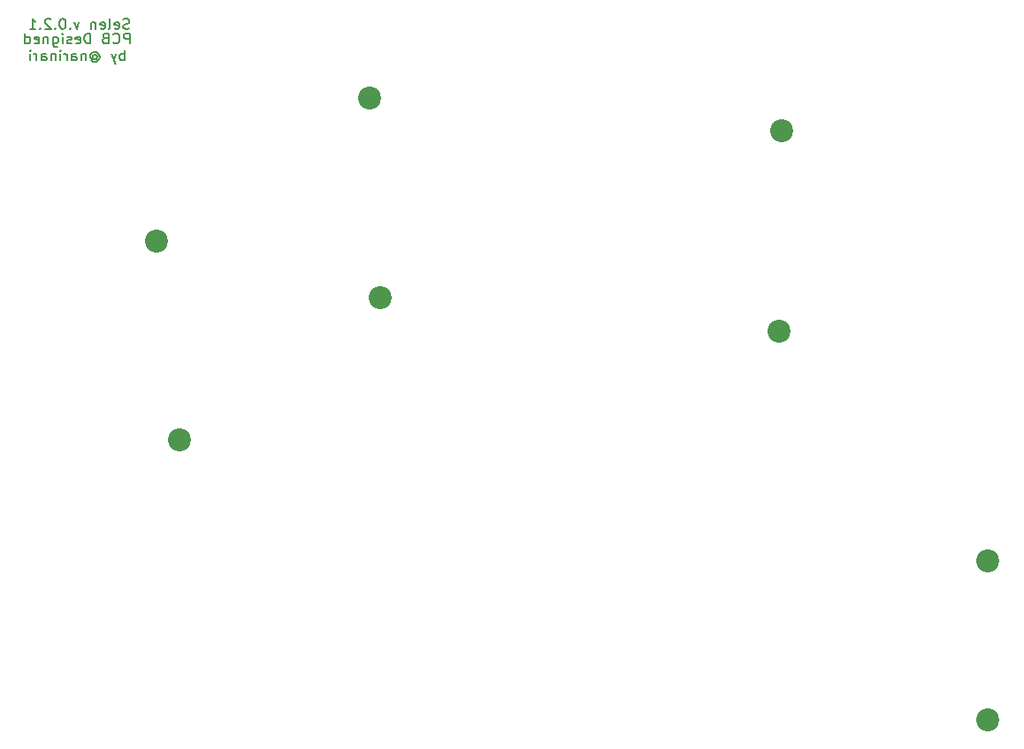
<source format=gbs>
%TF.GenerationSoftware,KiCad,Pcbnew,(6.0.7)*%
%TF.CreationDate,2022-09-24T00:16:50+09:00*%
%TF.ProjectId,selen_plate,73656c65-6e5f-4706-9c61-74652e6b6963,rev?*%
%TF.SameCoordinates,Original*%
%TF.FileFunction,Soldermask,Bot*%
%TF.FilePolarity,Negative*%
%FSLAX46Y46*%
G04 Gerber Fmt 4.6, Leading zero omitted, Abs format (unit mm)*
G04 Created by KiCad (PCBNEW (6.0.7)) date 2022-09-24 00:16:50*
%MOMM*%
%LPD*%
G01*
G04 APERTURE LIST*
%ADD10C,0.150000*%
%ADD11C,2.200000*%
G04 APERTURE END LIST*
D10*
X107761904Y-69004761D02*
X107619047Y-69052380D01*
X107380952Y-69052380D01*
X107285714Y-69004761D01*
X107238095Y-68957142D01*
X107190476Y-68861904D01*
X107190476Y-68766666D01*
X107238095Y-68671428D01*
X107285714Y-68623809D01*
X107380952Y-68576190D01*
X107571428Y-68528571D01*
X107666666Y-68480952D01*
X107714285Y-68433333D01*
X107761904Y-68338095D01*
X107761904Y-68242857D01*
X107714285Y-68147619D01*
X107666666Y-68100000D01*
X107571428Y-68052380D01*
X107333333Y-68052380D01*
X107190476Y-68100000D01*
X106380952Y-69004761D02*
X106476190Y-69052380D01*
X106666666Y-69052380D01*
X106761904Y-69004761D01*
X106809523Y-68909523D01*
X106809523Y-68528571D01*
X106761904Y-68433333D01*
X106666666Y-68385714D01*
X106476190Y-68385714D01*
X106380952Y-68433333D01*
X106333333Y-68528571D01*
X106333333Y-68623809D01*
X106809523Y-68719047D01*
X105761904Y-69052380D02*
X105857142Y-69004761D01*
X105904761Y-68909523D01*
X105904761Y-68052380D01*
X105000000Y-69004761D02*
X105095238Y-69052380D01*
X105285714Y-69052380D01*
X105380952Y-69004761D01*
X105428571Y-68909523D01*
X105428571Y-68528571D01*
X105380952Y-68433333D01*
X105285714Y-68385714D01*
X105095238Y-68385714D01*
X105000000Y-68433333D01*
X104952380Y-68528571D01*
X104952380Y-68623809D01*
X105428571Y-68719047D01*
X104523809Y-68385714D02*
X104523809Y-69052380D01*
X104523809Y-68480952D02*
X104476190Y-68433333D01*
X104380952Y-68385714D01*
X104238095Y-68385714D01*
X104142857Y-68433333D01*
X104095238Y-68528571D01*
X104095238Y-69052380D01*
X102952380Y-68385714D02*
X102714285Y-69052380D01*
X102476190Y-68385714D01*
X102095238Y-68957142D02*
X102047619Y-69004761D01*
X102095238Y-69052380D01*
X102142857Y-69004761D01*
X102095238Y-68957142D01*
X102095238Y-69052380D01*
X101428571Y-68052380D02*
X101333333Y-68052380D01*
X101238095Y-68100000D01*
X101190476Y-68147619D01*
X101142857Y-68242857D01*
X101095238Y-68433333D01*
X101095238Y-68671428D01*
X101142857Y-68861904D01*
X101190476Y-68957142D01*
X101238095Y-69004761D01*
X101333333Y-69052380D01*
X101428571Y-69052380D01*
X101523809Y-69004761D01*
X101571428Y-68957142D01*
X101619047Y-68861904D01*
X101666666Y-68671428D01*
X101666666Y-68433333D01*
X101619047Y-68242857D01*
X101571428Y-68147619D01*
X101523809Y-68100000D01*
X101428571Y-68052380D01*
X100666666Y-68957142D02*
X100619047Y-69004761D01*
X100666666Y-69052380D01*
X100714285Y-69004761D01*
X100666666Y-68957142D01*
X100666666Y-69052380D01*
X100238095Y-68147619D02*
X100190476Y-68100000D01*
X100095238Y-68052380D01*
X99857142Y-68052380D01*
X99761904Y-68100000D01*
X99714285Y-68147619D01*
X99666666Y-68242857D01*
X99666666Y-68338095D01*
X99714285Y-68480952D01*
X100285714Y-69052380D01*
X99666666Y-69052380D01*
X99238095Y-68957142D02*
X99190476Y-69004761D01*
X99238095Y-69052380D01*
X99285714Y-69004761D01*
X99238095Y-68957142D01*
X99238095Y-69052380D01*
X98238095Y-69052380D02*
X98809523Y-69052380D01*
X98523809Y-69052380D02*
X98523809Y-68052380D01*
X98619047Y-68195238D01*
X98714285Y-68290476D01*
X98809523Y-68338095D01*
X107800000Y-70447380D02*
X107800000Y-69447380D01*
X107419047Y-69447380D01*
X107323809Y-69495000D01*
X107276190Y-69542619D01*
X107228571Y-69637857D01*
X107228571Y-69780714D01*
X107276190Y-69875952D01*
X107323809Y-69923571D01*
X107419047Y-69971190D01*
X107800000Y-69971190D01*
X106228571Y-70352142D02*
X106276190Y-70399761D01*
X106419047Y-70447380D01*
X106514285Y-70447380D01*
X106657142Y-70399761D01*
X106752380Y-70304523D01*
X106800000Y-70209285D01*
X106847619Y-70018809D01*
X106847619Y-69875952D01*
X106800000Y-69685476D01*
X106752380Y-69590238D01*
X106657142Y-69495000D01*
X106514285Y-69447380D01*
X106419047Y-69447380D01*
X106276190Y-69495000D01*
X106228571Y-69542619D01*
X105466666Y-69923571D02*
X105323809Y-69971190D01*
X105276190Y-70018809D01*
X105228571Y-70114047D01*
X105228571Y-70256904D01*
X105276190Y-70352142D01*
X105323809Y-70399761D01*
X105419047Y-70447380D01*
X105800000Y-70447380D01*
X105800000Y-69447380D01*
X105466666Y-69447380D01*
X105371428Y-69495000D01*
X105323809Y-69542619D01*
X105276190Y-69637857D01*
X105276190Y-69733095D01*
X105323809Y-69828333D01*
X105371428Y-69875952D01*
X105466666Y-69923571D01*
X105800000Y-69923571D01*
X104038095Y-70447380D02*
X104038095Y-69447380D01*
X103800000Y-69447380D01*
X103657142Y-69495000D01*
X103561904Y-69590238D01*
X103514285Y-69685476D01*
X103466666Y-69875952D01*
X103466666Y-70018809D01*
X103514285Y-70209285D01*
X103561904Y-70304523D01*
X103657142Y-70399761D01*
X103800000Y-70447380D01*
X104038095Y-70447380D01*
X102657142Y-70399761D02*
X102752380Y-70447380D01*
X102942857Y-70447380D01*
X103038095Y-70399761D01*
X103085714Y-70304523D01*
X103085714Y-69923571D01*
X103038095Y-69828333D01*
X102942857Y-69780714D01*
X102752380Y-69780714D01*
X102657142Y-69828333D01*
X102609523Y-69923571D01*
X102609523Y-70018809D01*
X103085714Y-70114047D01*
X102228571Y-70399761D02*
X102133333Y-70447380D01*
X101942857Y-70447380D01*
X101847619Y-70399761D01*
X101800000Y-70304523D01*
X101800000Y-70256904D01*
X101847619Y-70161666D01*
X101942857Y-70114047D01*
X102085714Y-70114047D01*
X102180952Y-70066428D01*
X102228571Y-69971190D01*
X102228571Y-69923571D01*
X102180952Y-69828333D01*
X102085714Y-69780714D01*
X101942857Y-69780714D01*
X101847619Y-69828333D01*
X101371428Y-70447380D02*
X101371428Y-69780714D01*
X101371428Y-69447380D02*
X101419047Y-69495000D01*
X101371428Y-69542619D01*
X101323809Y-69495000D01*
X101371428Y-69447380D01*
X101371428Y-69542619D01*
X100466666Y-69780714D02*
X100466666Y-70590238D01*
X100514285Y-70685476D01*
X100561904Y-70733095D01*
X100657142Y-70780714D01*
X100800000Y-70780714D01*
X100895238Y-70733095D01*
X100466666Y-70399761D02*
X100561904Y-70447380D01*
X100752380Y-70447380D01*
X100847619Y-70399761D01*
X100895238Y-70352142D01*
X100942857Y-70256904D01*
X100942857Y-69971190D01*
X100895238Y-69875952D01*
X100847619Y-69828333D01*
X100752380Y-69780714D01*
X100561904Y-69780714D01*
X100466666Y-69828333D01*
X99990476Y-69780714D02*
X99990476Y-70447380D01*
X99990476Y-69875952D02*
X99942857Y-69828333D01*
X99847619Y-69780714D01*
X99704761Y-69780714D01*
X99609523Y-69828333D01*
X99561904Y-69923571D01*
X99561904Y-70447380D01*
X98704761Y-70399761D02*
X98800000Y-70447380D01*
X98990476Y-70447380D01*
X99085714Y-70399761D01*
X99133333Y-70304523D01*
X99133333Y-69923571D01*
X99085714Y-69828333D01*
X98990476Y-69780714D01*
X98800000Y-69780714D01*
X98704761Y-69828333D01*
X98657142Y-69923571D01*
X98657142Y-70018809D01*
X99133333Y-70114047D01*
X97800000Y-70447380D02*
X97800000Y-69447380D01*
X97800000Y-70399761D02*
X97895238Y-70447380D01*
X98085714Y-70447380D01*
X98180952Y-70399761D01*
X98228571Y-70352142D01*
X98276190Y-70256904D01*
X98276190Y-69971190D01*
X98228571Y-69875952D01*
X98180952Y-69828333D01*
X98085714Y-69780714D01*
X97895238Y-69780714D01*
X97800000Y-69828333D01*
X107323809Y-72057380D02*
X107323809Y-71057380D01*
X107323809Y-71438333D02*
X107228571Y-71390714D01*
X107038095Y-71390714D01*
X106942857Y-71438333D01*
X106895238Y-71485952D01*
X106847619Y-71581190D01*
X106847619Y-71866904D01*
X106895238Y-71962142D01*
X106942857Y-72009761D01*
X107038095Y-72057380D01*
X107228571Y-72057380D01*
X107323809Y-72009761D01*
X106514285Y-71390714D02*
X106276190Y-72057380D01*
X106038095Y-71390714D02*
X106276190Y-72057380D01*
X106371428Y-72295476D01*
X106419047Y-72343095D01*
X106514285Y-72390714D01*
X104276190Y-71581190D02*
X104323809Y-71533571D01*
X104419047Y-71485952D01*
X104514285Y-71485952D01*
X104609523Y-71533571D01*
X104657142Y-71581190D01*
X104704761Y-71676428D01*
X104704761Y-71771666D01*
X104657142Y-71866904D01*
X104609523Y-71914523D01*
X104514285Y-71962142D01*
X104419047Y-71962142D01*
X104323809Y-71914523D01*
X104276190Y-71866904D01*
X104276190Y-71485952D02*
X104276190Y-71866904D01*
X104228571Y-71914523D01*
X104180952Y-71914523D01*
X104085714Y-71866904D01*
X104038095Y-71771666D01*
X104038095Y-71533571D01*
X104133333Y-71390714D01*
X104276190Y-71295476D01*
X104466666Y-71247857D01*
X104657142Y-71295476D01*
X104800000Y-71390714D01*
X104895238Y-71533571D01*
X104942857Y-71724047D01*
X104895238Y-71914523D01*
X104800000Y-72057380D01*
X104657142Y-72152619D01*
X104466666Y-72200238D01*
X104276190Y-72152619D01*
X104133333Y-72057380D01*
X103609523Y-71390714D02*
X103609523Y-72057380D01*
X103609523Y-71485952D02*
X103561904Y-71438333D01*
X103466666Y-71390714D01*
X103323809Y-71390714D01*
X103228571Y-71438333D01*
X103180952Y-71533571D01*
X103180952Y-72057380D01*
X102276190Y-72057380D02*
X102276190Y-71533571D01*
X102323809Y-71438333D01*
X102419047Y-71390714D01*
X102609523Y-71390714D01*
X102704761Y-71438333D01*
X102276190Y-72009761D02*
X102371428Y-72057380D01*
X102609523Y-72057380D01*
X102704761Y-72009761D01*
X102752380Y-71914523D01*
X102752380Y-71819285D01*
X102704761Y-71724047D01*
X102609523Y-71676428D01*
X102371428Y-71676428D01*
X102276190Y-71628809D01*
X101800000Y-72057380D02*
X101800000Y-71390714D01*
X101800000Y-71581190D02*
X101752380Y-71485952D01*
X101704761Y-71438333D01*
X101609523Y-71390714D01*
X101514285Y-71390714D01*
X101180952Y-72057380D02*
X101180952Y-71390714D01*
X101180952Y-71057380D02*
X101228571Y-71105000D01*
X101180952Y-71152619D01*
X101133333Y-71105000D01*
X101180952Y-71057380D01*
X101180952Y-71152619D01*
X100704761Y-71390714D02*
X100704761Y-72057380D01*
X100704761Y-71485952D02*
X100657142Y-71438333D01*
X100561904Y-71390714D01*
X100419047Y-71390714D01*
X100323809Y-71438333D01*
X100276190Y-71533571D01*
X100276190Y-72057380D01*
X99371428Y-72057380D02*
X99371428Y-71533571D01*
X99419047Y-71438333D01*
X99514285Y-71390714D01*
X99704761Y-71390714D01*
X99800000Y-71438333D01*
X99371428Y-72009761D02*
X99466666Y-72057380D01*
X99704761Y-72057380D01*
X99800000Y-72009761D01*
X99847619Y-71914523D01*
X99847619Y-71819285D01*
X99800000Y-71724047D01*
X99704761Y-71676428D01*
X99466666Y-71676428D01*
X99371428Y-71628809D01*
X98895238Y-72057380D02*
X98895238Y-71390714D01*
X98895238Y-71581190D02*
X98847619Y-71485952D01*
X98800000Y-71438333D01*
X98704761Y-71390714D01*
X98609523Y-71390714D01*
X98276190Y-72057380D02*
X98276190Y-71390714D01*
X98276190Y-71057380D02*
X98323809Y-71105000D01*
X98276190Y-71152619D01*
X98228571Y-71105000D01*
X98276190Y-71057380D01*
X98276190Y-71152619D01*
D11*
%TO.C,REF\u002A\u002A*%
X190000000Y-120000000D03*
%TD*%
%TO.C,REF\u002A\u002A*%
X170200000Y-78800000D03*
%TD*%
%TO.C,REF\u002A\u002A*%
X112600000Y-108400000D03*
%TD*%
%TO.C,REF\u002A\u002A*%
X130810000Y-75692000D03*
%TD*%
%TO.C,REF\u002A\u002A*%
X110400000Y-89400000D03*
%TD*%
%TO.C,REF\u002A\u002A*%
X170000000Y-98000000D03*
%TD*%
%TO.C,REF\u002A\u002A*%
X189992000Y-135250000D03*
%TD*%
%TO.C,REF\u002A\u002A*%
X131800000Y-94800000D03*
%TD*%
M02*

</source>
